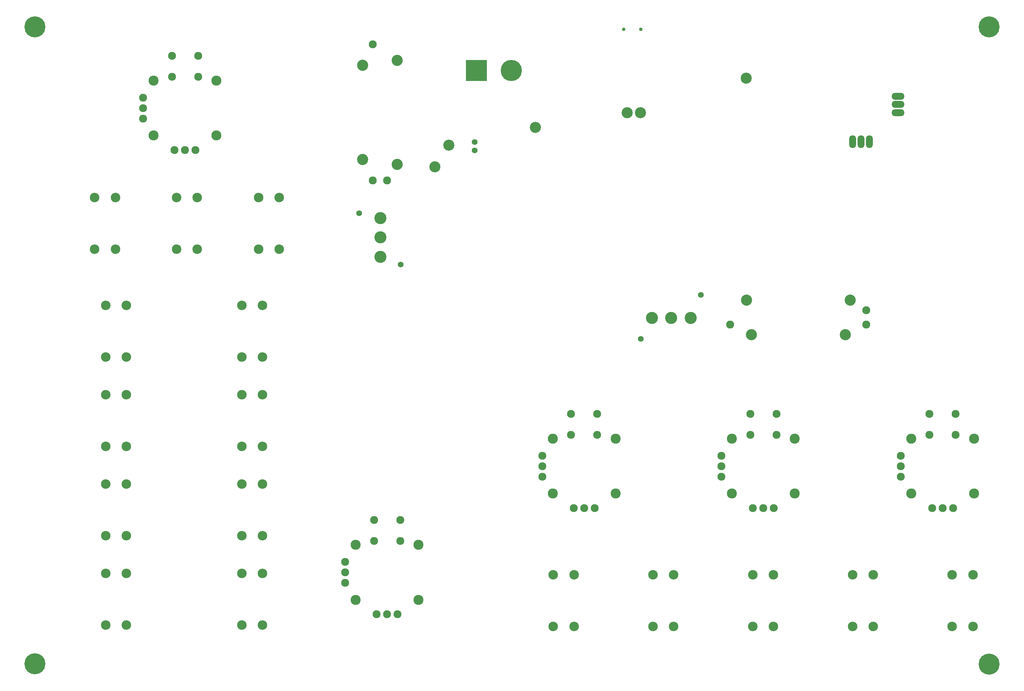
<source format=gbs>
G04*
G04 #@! TF.GenerationSoftware,Altium Limited,Altium Designer,19.1.7 (138)*
G04*
G04 Layer_Color=16711935*
%FSAX25Y25*%
%MOIN*%
G70*
G01*
G75*
%ADD66O,0.06497X0.12403*%
%ADD67O,0.12403X0.06497*%
%ADD68C,0.09091*%
%ADD69C,0.20079*%
%ADD70C,0.07591*%
%ADD71C,0.09591*%
%ADD72C,0.07677*%
%ADD73C,0.10630*%
%ADD74C,0.10591*%
%ADD75C,0.11516*%
%ADD76C,0.20276*%
%ADD77R,0.20276X0.20276*%
%ADD78C,0.03347*%
%ADD79C,0.05591*%
D66*
X0804126Y0521067D02*
D03*
X0819874D02*
D03*
X0812000D02*
D03*
D67*
X0847433Y0548626D02*
D03*
Y0564374D02*
D03*
Y0556500D02*
D03*
D68*
X0899157Y0057894D02*
D03*
X0918843D02*
D03*
Y0107106D02*
D03*
X0899157D02*
D03*
X0803907Y0057894D02*
D03*
X0823593D02*
D03*
Y0107106D02*
D03*
X0803907D02*
D03*
X0708657Y0057894D02*
D03*
X0728343D02*
D03*
Y0107106D02*
D03*
X0708657D02*
D03*
X0613407Y0057894D02*
D03*
X0633093D02*
D03*
Y0107106D02*
D03*
X0613407D02*
D03*
X0518157Y0057894D02*
D03*
X0537843D02*
D03*
Y0107106D02*
D03*
X0518157D02*
D03*
X0090657Y0279273D02*
D03*
X0110343D02*
D03*
Y0230061D02*
D03*
X0090657D02*
D03*
X0220657Y0108606D02*
D03*
X0240343D02*
D03*
Y0059394D02*
D03*
X0220657D02*
D03*
X0090657Y0364606D02*
D03*
X0110343D02*
D03*
Y0315394D02*
D03*
X0090657D02*
D03*
X0220657Y0193939D02*
D03*
X0240343D02*
D03*
Y0144727D02*
D03*
X0220657D02*
D03*
X0090657Y0193939D02*
D03*
X0110343D02*
D03*
Y0144727D02*
D03*
X0090657D02*
D03*
X0220657Y0364606D02*
D03*
X0240343D02*
D03*
Y0315394D02*
D03*
X0220657D02*
D03*
X0090657Y0108606D02*
D03*
X0110343D02*
D03*
Y0059394D02*
D03*
X0090657D02*
D03*
X0220657Y0279273D02*
D03*
X0240343D02*
D03*
Y0230061D02*
D03*
X0220657D02*
D03*
X0080157Y0467606D02*
D03*
X0099843D02*
D03*
Y0418394D02*
D03*
X0080157D02*
D03*
X0158407Y0467606D02*
D03*
X0178093D02*
D03*
Y0418394D02*
D03*
X0158407D02*
D03*
X0236657Y0467606D02*
D03*
X0256343D02*
D03*
Y0418394D02*
D03*
X0236657D02*
D03*
D69*
X0023000Y0630600D02*
D03*
X0934500Y0022000D02*
D03*
X0023000Y0022200D02*
D03*
X0934500Y0630600D02*
D03*
D70*
X0535167Y0261000D02*
D03*
X0560167D02*
D03*
X0535167Y0241000D02*
D03*
X0560167D02*
D03*
X0537667Y0171000D02*
D03*
X0547667D02*
D03*
X0557667D02*
D03*
X0507667Y0221000D02*
D03*
Y0211000D02*
D03*
Y0201000D02*
D03*
X0319500Y0099500D02*
D03*
Y0109500D02*
D03*
Y0119500D02*
D03*
X0369500Y0069500D02*
D03*
X0359500D02*
D03*
X0349500D02*
D03*
X0372000Y0139500D02*
D03*
X0347000D02*
D03*
X0372000Y0159500D02*
D03*
X0347000D02*
D03*
X0850000Y0201000D02*
D03*
Y0211000D02*
D03*
Y0221000D02*
D03*
X0900000Y0171000D02*
D03*
X0890000D02*
D03*
X0880000D02*
D03*
X0902500Y0241000D02*
D03*
X0877500D02*
D03*
X0902500Y0261000D02*
D03*
X0877500D02*
D03*
X0678833Y0201000D02*
D03*
Y0211000D02*
D03*
Y0221000D02*
D03*
X0728833Y0171000D02*
D03*
X0718833D02*
D03*
X0708833D02*
D03*
X0731333Y0241000D02*
D03*
X0706333D02*
D03*
X0731333Y0261000D02*
D03*
X0706333D02*
D03*
X0126500Y0543000D02*
D03*
Y0553000D02*
D03*
Y0563000D02*
D03*
X0176500Y0513000D02*
D03*
X0166500D02*
D03*
X0156500D02*
D03*
X0179000Y0583000D02*
D03*
X0154000D02*
D03*
X0179000Y0603000D02*
D03*
X0154000D02*
D03*
D71*
X0517667Y0237250D02*
D03*
Y0184750D02*
D03*
X0577667D02*
D03*
Y0237250D02*
D03*
X0389500Y0135750D02*
D03*
Y0083250D02*
D03*
X0329500D02*
D03*
Y0135750D02*
D03*
X0920000Y0237250D02*
D03*
Y0184750D02*
D03*
X0860000D02*
D03*
Y0237250D02*
D03*
X0748833D02*
D03*
Y0184750D02*
D03*
X0688833D02*
D03*
Y0237250D02*
D03*
X0196500Y0579250D02*
D03*
Y0526750D02*
D03*
X0136500D02*
D03*
Y0579250D02*
D03*
D72*
X0817087Y0346146D02*
D03*
Y0359925D02*
D03*
X0687165Y0346146D02*
D03*
X0345646Y0483921D02*
D03*
X0359425D02*
D03*
X0345646Y0613842D02*
D03*
D73*
X0801732Y0369571D02*
D03*
X0797008Y0336500D02*
D03*
X0707244D02*
D03*
X0702520Y0369571D02*
D03*
X0369071Y0499276D02*
D03*
X0336000Y0504000D02*
D03*
Y0593764D02*
D03*
X0369071Y0598488D02*
D03*
D74*
X0588700Y0548500D02*
D03*
X0601500Y0548600D02*
D03*
X0702500Y0581500D02*
D03*
X0405000Y0497000D02*
D03*
X0418500Y0517500D02*
D03*
X0501000Y0534500D02*
D03*
D75*
X0649248Y0352500D02*
D03*
X0630744D02*
D03*
X0612240D02*
D03*
X0353000Y0410996D02*
D03*
Y0429500D02*
D03*
Y0448004D02*
D03*
D76*
X0478000Y0589000D02*
D03*
D77*
X0444535D02*
D03*
D78*
X0601800Y0628308D02*
D03*
X0585461D02*
D03*
D79*
X0443000Y0520500D02*
D03*
Y0512500D02*
D03*
X0372476Y0403524D02*
D03*
X0332524Y0452476D02*
D03*
X0601591Y0332409D02*
D03*
X0659000Y0374500D02*
D03*
M02*

</source>
